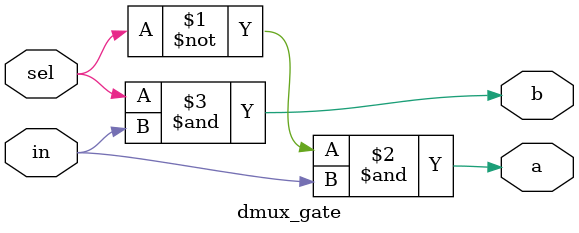
<source format=v>
module dmux_gate(
    input  in,
    input  sel,
    output a,
    output b
);
    assign a = ~sel & in;
    assign b = sel & in;
endmodule
</source>
